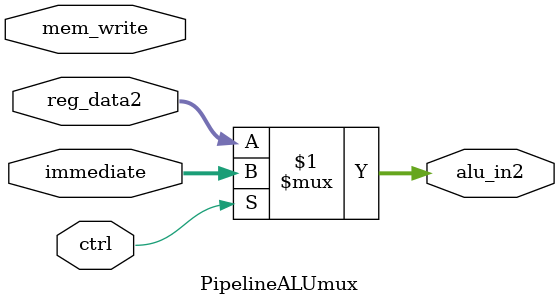
<source format=v>
module PipelineALUmux(input [31:0] immediate, input [31:0] reg_data2, input ctrl, input mem_write, output [31:0]alu_in2);

assign alu_in2=ctrl?immediate:reg_data2;
endmodule

</source>
